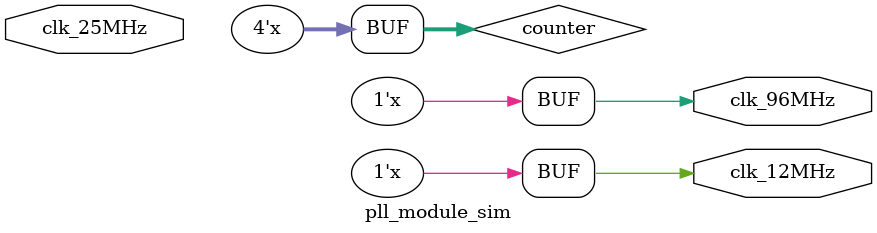
<source format=v>
`default_nettype none

module pll_module_sim(
	input wire clk_25MHz,
	output reg clk_96MHz,
	output reg clk_12MHz
	);

reg [3:0] counter = 0;
initial begin
	clk_96MHz = 0;
	clk_12MHz = 0;
end

always @ ( clk_25MHz) begin
	if (~|counter) begin
		clk_12MHz <= ~clk_12MHz;
	end
	counter <= counter + 1;
	clk_96MHz <= ~clk_96MHz;
end

endmodule

</source>
